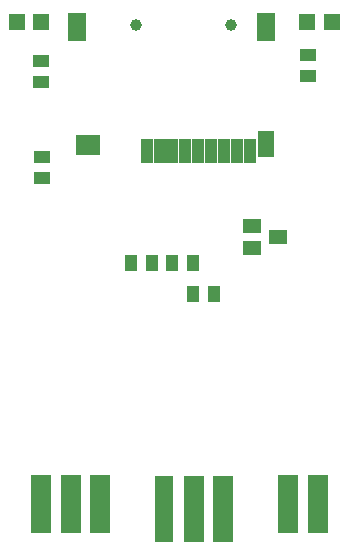
<source format=gts>
G04 EAGLE Gerber RS-274X export*
G75*
%MOMM*%
%FSLAX34Y34*%
%LPD*%
%INTop Solder Mask*%
%IPPOS*%
%AMOC8*
5,1,8,0,0,1.08239X$1,22.5*%
G01*
%ADD10R,1.703200X4.903200*%
%ADD11R,1.703200X5.703200*%
%ADD12R,1.603200X5.703200*%
%ADD13R,1.003200X2.003200*%
%ADD14R,1.353200X2.303200*%
%ADD15R,1.603200X2.403200*%
%ADD16R,2.003200X1.803200*%
%ADD17C,1.003200*%
%ADD18R,1.403200X1.403200*%
%ADD19R,1.403200X1.003200*%
%ADD20R,1.603200X1.203200*%
%ADD21R,1.003200X1.403200*%


D10*
X299500Y33500D03*
X274500Y33500D03*
D11*
X219500Y29500D03*
X194500Y29500D03*
D12*
X169000Y29500D03*
D10*
X115500Y33500D03*
X90500Y33500D03*
X65500Y33500D03*
D13*
X187500Y333000D03*
X198500Y333000D03*
X209500Y333000D03*
X220500Y333000D03*
X231500Y333000D03*
X176500Y333000D03*
X165500Y333000D03*
X154500Y333000D03*
D14*
X255500Y339000D03*
D15*
X95500Y437500D03*
D13*
X242500Y333000D03*
D16*
X105000Y338000D03*
D15*
X255500Y437500D03*
D17*
X146000Y439000D03*
X226000Y439000D03*
D18*
X44500Y442000D03*
X65500Y442000D03*
D19*
X65000Y409000D03*
X65000Y391000D03*
D18*
X311500Y442000D03*
X290500Y442000D03*
D19*
X291000Y414000D03*
X291000Y396000D03*
D20*
X266000Y260000D03*
X244000Y250500D03*
X244000Y269500D03*
D21*
X194000Y238000D03*
X176000Y238000D03*
X141000Y238000D03*
X159000Y238000D03*
X212000Y212000D03*
X194000Y212000D03*
D19*
X66000Y328000D03*
X66000Y310000D03*
M02*

</source>
